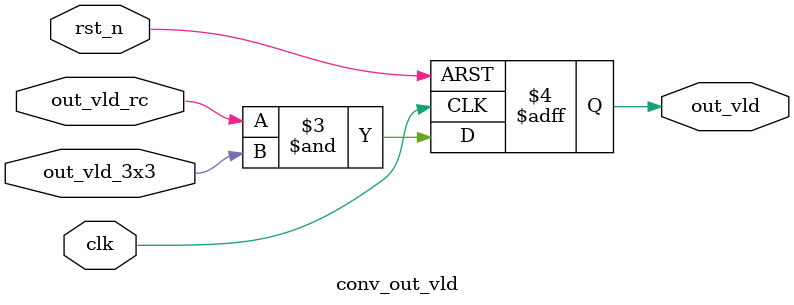
<source format=v>
`timescale 1ns/1ps
module conv_out_vld (
    input clk,
    input rst_n,
    input out_vld_3x3,
    input out_vld_rc,
    output reg out_vld
);

    // They are the same in function, but may express more clearly.

    // always @(posedge clk, negedge rst_n) begin
    //     if(~rst_n)
    //         out_vld <= 0;
    //     else if(out_vld_rc && out_vld_3x3)
    //         out_vld <= 1;
    //     else
    //         out_vld <= 0;
    // end

    always @(posedge clk, negedge rst_n) begin
        if(~rst_n)
            out_vld <= 0;
        else
            out_vld <= (out_vld_rc & out_vld_3x3);
    end

endmodule

</source>
